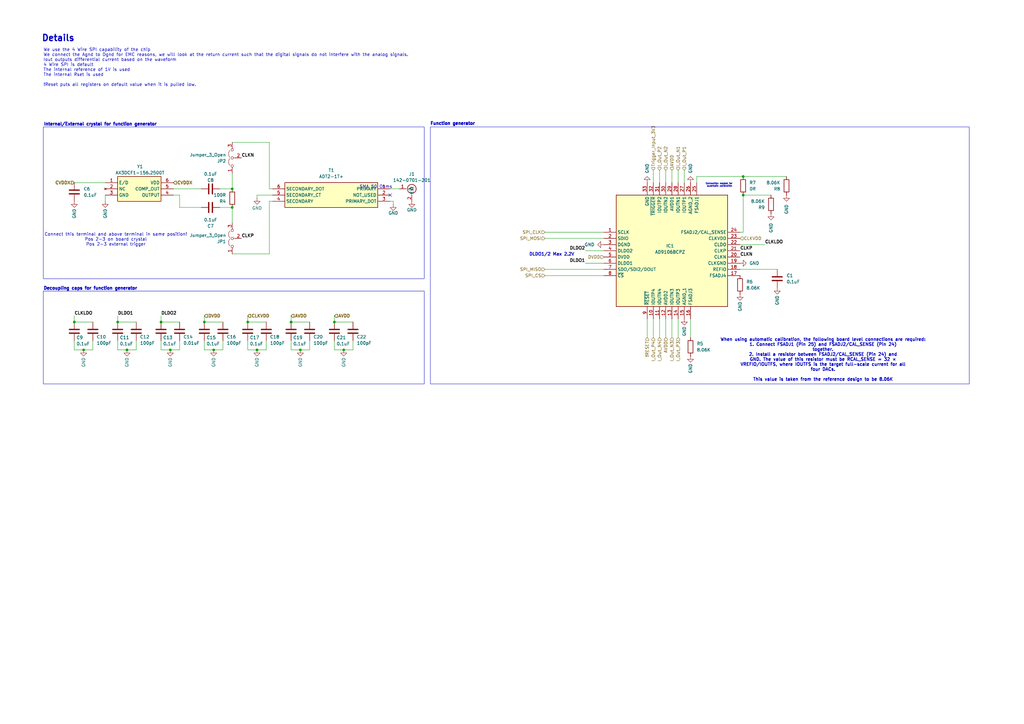
<source format=kicad_sch>
(kicad_sch (version 20250114) (generator "eeschema") (generator_version "9.0")
  (paper "A3")
  (title_block (date "2021-11-17"))
  (lib_symbols
    (symbol "142-0701-201:142-0701-201"
      (property "Reference" "J" (at -0.508 6.096 0))
      (property "Value" "142-0701-201" (at -7.366 3.81 0))
      (symbol "142-0701-201_0_1"
        (polyline (pts (xy -2.54 0) (xy -0.508 0)))
        (arc (start 1.778 0) (mid 0.222 -1.8079) (end -1.778 -0.508) (stroke (width 0.254)))
        (arc (start -1.778 0.508) (mid 0.2221 1.8084) (end 1.778 0) (stroke (width 0.254)))
        (circle (center 0 0) (radius 0.508) (stroke (width 0.2032)))
        (polyline (pts (xy 0 -2.54) (xy 0 -1.778)))
      )
      (symbol "142-0701-201_1_1"
        (pin passive line (at -5.08 0 0) (length 2.54) (name "In") (number "1"))
        (pin passive line (at 0 -5.08 90) (length 2.54) (name "Ext") (number "2"))
        (pin passive line (at 0 -5.08 90) (length 2.54) (hide yes) (name "Ext") (number "3"))
        (pin passive line (at 0 -5.08 90) (length 2.54) (hide yes) (name "Ext") (number "4"))
        (pin passive line (at 0 -5.08 90) (length 2.54) (hide yes) (name "Ext") (number "5"))
      )
    )
    (symbol "AD9106BCPZ:AD9106BCPZ"
      (property "Reference" "IC" (at 52.07 20.32 0))
      (property "Value" "AD9106BCPZ" (at 52.07 17.78 0))
      (symbol "AD9106BCPZ_1_1"
        (rectangle (start 5.08 15.24) (end 50.8 -30.48) (stroke (width 0.254)) (fill (type background)))
        (pin passive line (at 0 0 0) (length 5.08) (name "SCLK") (number "1"))
        (pin passive line (at 0 -2.54 0) (length 5.08) (name "SDIO") (number "2"))
        (pin passive line (at 0 -5.08 0) (length 5.08) (name "DGND") (number "3"))
        (pin passive line (at 0 -7.62 0) (length 5.08) (name "DLDO2") (number "4"))
        (pin passive line (at 0 -10.16 0) (length 5.08) (name "DVDD") (number "5"))
        (pin passive line (at 0 -12.7 0) (length 5.08) (name "DLDO1") (number "6"))
        (pin passive line (at 0 -15.24 0) (length 5.08) (name "SDO/SDI2/DOUT") (number "7"))
        (pin passive line (at 0 -17.78 0) (length 5.08) (name "~{CS}") (number "8"))
        (pin passive line (at 17.78 20.32 270) (length 5.08) (name "GND") (number "33"))
        (pin passive line (at 17.78 -35.56 90) (length 5.08) (name "~{RESET}") (number "9"))
        (pin passive line (at 20.32 20.32 270) (length 5.08) (name "~{TRIGGER}") (number "32"))
        (pin passive line (at 20.32 -35.56 90) (length 5.08) (name "IOUTP4") (number "10"))
        (pin passive line (at 22.86 20.32 270) (length 5.08) (name "IOUTP2") (number "31"))
        (pin passive line (at 22.86 -35.56 90) (length 5.08) (name "IOUTN4") (number "11"))
        (pin passive line (at 25.4 20.32 270) (length 5.08) (name "IOUTN2") (number "30"))
        (pin passive line (at 25.4 -35.56 90) (length 5.08) (name "AVDD2") (number "12"))
        (pin passive line (at 27.94 20.32 270) (length 5.08) (name "AVDD1") (number "29"))
        (pin passive line (at 27.94 -35.56 90) (length 5.08) (name "IOUTN3") (number "13"))
        (pin passive line (at 30.48 20.32 270) (length 5.08) (name "IOUTN1") (number "28"))
        (pin passive line (at 30.48 -35.56 90) (length 5.08) (name "IOUTP3") (number "14"))
        (pin passive line (at 33.02 20.32 270) (length 5.08) (name "IOUTP1") (number "27"))
        (pin passive line (at 33.02 -35.56 90) (length 5.08) (name "AGND_1") (number "15"))
        (pin passive line (at 35.56 20.32 270) (length 5.08) (name "AGND_2") (number "26"))
        (pin passive line (at 35.56 -35.56 90) (length 5.08) (name "FSADJ3") (number "16"))
        (pin passive line (at 38.1 20.32 270) (length 5.08) (name "FSADJ1") (number "25"))
        (pin passive line (at 55.88 0 180) (length 5.08) (name "FSADJ2/CAL_SENSE") (number "24"))
        (pin passive line (at 55.88 -2.54 180) (length 5.08) (name "CLKVDD") (number "23"))
        (pin passive line (at 55.88 -5.08 180) (length 5.08) (name "CLDO") (number "22"))
        (pin passive line (at 55.88 -7.62 180) (length 5.08) (name "CLKP") (number "21"))
        (pin passive line (at 55.88 -10.16 180) (length 5.08) (name "CLKN") (number "20"))
        (pin passive line (at 55.88 -12.7 180) (length 5.08) (name "CLKGND") (number "19"))
        (pin passive line (at 55.88 -15.24 180) (length 5.08) (name "REFIO") (number "18"))
        (pin passive line (at 55.88 -17.78 180) (length 5.08) (name "FSADJ4") (number "17"))
      )
    )
    (symbol "ADT2-1T+:ADT2-1T+"
      (property "Reference" "T" (at 44.45 7.62 0))
      (property "Value" "ADT2-1T+" (at 44.45 5.08 0))
      (symbol "ADT2-1T+_1_1"
        (rectangle (start 5.08 2.54) (end 43.18 -7.62) (stroke (width 0.254)) (fill (type background)))
        (pin passive line (at 0 0 0) (length 5.08) (name "PRIMARY") (number "1"))
        (pin passive line (at 0 -2.54 0) (length 5.08) (name "NOT_USED") (number "2"))
        (pin passive line (at 0 -5.08 0) (length 5.08) (name "PRIMARY_DOT") (number "3"))
        (pin passive line (at 48.26 0 180) (length 5.08) (name "SECONDARY_DOT") (number "6"))
        (pin passive line (at 48.26 -2.54 180) (length 5.08) (name "SECONDARY_CT") (number "5"))
        (pin passive line (at 48.26 -5.08 180) (length 5.08) (name "SECONDARY") (number "4"))
      )
    )
    (symbol "AX3DCF1-156_2500T:AX3DCF1-156.2500T"
      (property "Reference" "Y" (at -7.874 10.668 0))
      (property "Value" "AX3DCF1-156.2500T" (at -7.874 8.128 0))
      (symbol "AX3DCF1-156.2500T_1_1"
        (rectangle (start -7.62 5.08) (end 10.16 -5.08) (stroke (width 0.254)) (fill (type background)))
        (pin passive line (at -12.7 2.54 0) (length 5.08) (name "E/D") (number "1"))
        (pin no_connect line (at -12.7 0 0) (length 5.08) (name "NC") (number "2"))
        (pin passive line (at -12.7 -2.54 0) (length 5.08) (name "GND") (number "3"))
        (pin passive line (at 15.24 2.54 180) (length 5.08) (name "VDD") (number "6"))
        (pin passive line (at 15.24 0 180) (length 5.08) (name "COMP_OUT") (number "5"))
        (pin passive line (at 15.24 -2.54 180) (length 5.08) (name "OUTPUT") (number "4"))
      )
    )
    (symbol "Device:C" (pin_numbers (hide yes)) (pin_names (offset 0.254))
      (property "Reference" "C" (at 0.635 2.54 0))
      (property "Value" "C" (at 0.635 -2.54 0))
      (symbol "C_0_1"
        (polyline (pts (xy -2.032 0.762) (xy 2.032 0.762)) (stroke (width 0.508)))
        (polyline (pts (xy -2.032 -0.762) (xy 2.032 -0.762)) (stroke (width 0.508)))
      )
      (symbol "C_1_1"
        (pin passive line (at 0 3.81 270) (length 2.794) (name "~") (number "1"))
        (pin passive line (at 0 -3.81 90) (length 2.794) (name "~") (number "2"))
      )
    )
    (symbol "Device:R" (pin_numbers (hide yes)) (pin_names (offset 0))
      (property "Reference" "R" (at 2.032 0 90))
      (property "Value" "R" (at 0 0 90))
      (symbol "R_0_1"
        (rectangle (start -1.016 -2.54) (end 1.016 2.54) (stroke (width 0.254)))
      )
      (symbol "R_1_1"
        (pin passive line (at 0 3.81 270) (length 1.27) (name "~") (number "1"))
        (pin passive line (at 0 -3.81 90) (length 1.27) (name "~") (number "2"))
      )
    )
    (symbol "Jumper:Jumper_3_Open" (pin_names (offset 0) (hide yes)) (exclude_from_sim yes) (in_bom no)
      (property "Reference" "JP" (at -2.54 -2.54 0))
      (property "Value" "Jumper_3_Open" (at 0 2.794 0))
      (symbol "Jumper_3_Open_0_0"
        (circle (center -3.302 0) (radius 0.508))
        (circle (center 0 0) (radius 0.508))
        (circle (center 3.302 0) (radius 0.508))
      )
      (symbol "Jumper_3_Open_0_1"
        (arc (start -3.048 1.016) (mid -1.651 1.4992) (end -0.254 1.016))
        (polyline (pts (xy 0 -0.508) (xy 0 -1.27)))
        (arc (start 0.254 1.016) (mid 1.651 1.4992) (end 3.048 1.016))
      )
      (symbol "Jumper_3_Open_1_1"
        (pin passive line (at -6.35 0 0) (length 2.54) (name "A") (number "1"))
        (pin passive line (at 0 -3.81 90) (length 2.54) (name "C") (number "2"))
        (pin passive line (at 6.35 0 180) (length 2.54) (name "B") (number "3"))
      )
    )
    (symbol "power:GND" (power) (pin_numbers (hide yes)) (pin_names (offset 0) (hide yes))
      (property "Value" "GND" (at 0 -3.81 0))
      (symbol "GND_0_1"
        (polyline (pts (xy 0 0) (xy 0 -1.27) (xy 1.27 -1.27) (xy 0 -2.54) (xy -1.27 -1.27) (xy 0 -1.27)))
      )
      (symbol "GND_1_1"
        (pin power_in line (at 0 0 270) (length 0) (name "~") (number "1"))
      )
    )
  )
  (rectangle (start 176.53 52.07) (end 397.51 157.48))
  (rectangle (start 17.78 119.38) (end 173.99 157.48))
  (rectangle (start 17.78 52.07) (end 173.99 114.3))
  (text "DLDO1/2 Max 2.2V" (at 226.314 104.394 0) (effects (font (size 1.27 1.27) (thickness 0.254) (bold yes))))
  (text "Connect this terminal and above terminal in same position!\nPos 2-3 on board crystal\nPos 2-3 external trigger" (at 47.498 98.298 0) (effects (font (size 1.27 1.27))))
  (text "Function generator" (at 185.674 50.8 0) (effects (font (size 1.27 1.27) (thickness 0.508) (bold yes))))
  (text "Details" (at 23.876 15.748 0) (effects (font (size 2.54 2.54) (thickness 0.508) (bold yes))))
  (text "Connection needed for \nautomatic calibration" (at 295.148 75.946 0) (effects (font (size 0.635 0.635) (thickness 0.254) (bold yes))))
  (text "SMA 50 Ohms" (at 154.178 76.708 0) (effects (font (size 1.27 1.27))))
  (text "Internal/External crystal for function generator" (at 41.148 51.054 0) (effects (font (size 1.27 1.27) (thickness 0.508) (bold yes))))
  (text "We use the 4 Wire SPI capability of the chip\nWe connect the Agnd to Dgnd for EMC reasons, we will look at the return current such that the digital signals do not interfere with the analog signals.\nIout outputs differential current based on the waveform\n4 Wire SPI is default\nThe internal reference of 1V is used\nThe internal Rset is used\n\n!Reset puts all registers on default value when it is pulled low.\n" (at 17.78 27.686 0) (effects (font (size 1.27 1.27)) (justify left)))
  (text "When using automatic calibration, the following board level connections are required:\n1. Connect FSADJ1 (Pin 25) and FSADJ2/CAL_SENSE (Pin 24)\ntogether.\n2. Install a resistor between FSADJ2/CAL_SENSE (Pin 24) and\nGND. The value of this resistor must be RCAL_SENSE = 32 ×\nVREFIO/IOUTFS, where IOUTFS is the target full-scale current for all\nfour DACs.\n\nThis value is taken from the reference design to be 8.06K" (at 337.566 147.574 0) (effects (font (size 1.27 1.27) (thickness 0.254) (bold yes))))
  (text "Decoupling caps for function generator" (at 37.084 118.364 0) (effects (font (size 1.27 1.27) (thickness 0.508) (bold yes))))
  (junction (at 137.16 132.08))
  (junction (at 304.8 80.01))
  (junction (at 140.97 143.51))
  (junction (at 83.82 132.08))
  (junction (at 48.26 132.08))
  (junction (at 95.25 77.47))
  (junction (at 30.48 132.08))
  (junction (at 69.85 143.51))
  (junction (at 304.8 72.39))
  (junction (at 34.29 143.51))
  (junction (at 95.25 85.09))
  (junction (at 105.41 143.51))
  (junction (at 52.07 143.51))
  (junction (at 66.04 132.08))
  (junction (at 123.19 143.51))
  (junction (at 101.6 132.08))
  (junction (at 119.38 132.08))
  (junction (at 87.63 143.51))
  (no_connect (at 160.02 80.01))
  (wire (pts (xy 101.6 139.7) (xy 101.6 143.51)))
  (wire (pts (xy 30.48 129.54) (xy 30.48 132.08)))
  (wire (pts (xy 110.49 58.42) (xy 110.49 77.47)))
  (wire (pts (xy 48.26 139.7) (xy 48.26 143.51)))
  (wire (pts (xy 82.55 85.09) (xy 73.66 85.09)))
  (wire (pts (xy 105.41 80.01) (xy 105.41 81.28)))
  (wire (pts (xy 95.25 85.09) (xy 90.17 85.09)))
  (wire (pts (xy 55.88 143.51) (xy 52.07 143.51)))
  (wire (pts (xy 110.49 82.55) (xy 111.76 82.55)))
  (wire (pts (xy 30.48 139.7) (xy 30.48 143.51)))
  (wire (pts (xy 280.67 69.85) (xy 280.67 74.93)))
  (wire (pts (xy 304.8 72.39) (xy 285.75 72.39)))
  (wire (pts (xy 69.85 143.51) (xy 66.04 143.51)))
  (wire (pts (xy 265.43 130.81) (xy 265.43 138.43)))
  (wire (pts (xy 140.97 143.51) (xy 137.16 143.51)))
  (wire (pts (xy 223.52 97.79) (xy 247.65 97.79)))
  (wire (pts (xy 123.19 143.51) (xy 119.38 143.51)))
  (wire (pts (xy 304.8 72.39) (xy 322.58 72.39)))
  (wire (pts (xy 91.44 139.7) (xy 91.44 143.51)))
  (wire (pts (xy 105.41 143.51) (xy 101.6 143.51)))
  (wire (pts (xy 110.49 58.42) (xy 95.25 58.42)))
  (wire (pts (xy 144.78 143.51) (xy 140.97 143.51)))
  (wire (pts (xy 161.29 82.55) (xy 160.02 82.55)))
  (wire (pts (xy 38.1 139.7) (xy 38.1 143.51)))
  (wire (pts (xy 73.66 139.7) (xy 73.66 143.51)))
  (wire (pts (xy 240.03 107.95) (xy 247.65 107.95)))
  (wire (pts (xy 303.53 110.49) (xy 318.77 110.49)))
  (wire (pts (xy 223.52 113.03) (xy 247.65 113.03)))
  (wire (pts (xy 267.97 69.85) (xy 267.97 74.93)))
  (wire (pts (xy 313.69 100.33) (xy 303.53 100.33)))
  (wire (pts (xy 73.66 80.01) (xy 71.12 80.01)))
  (wire (pts (xy 95.25 91.44) (xy 95.25 85.09)))
  (wire (pts (xy 66.04 139.7) (xy 66.04 143.51)))
  (wire (pts (xy 110.49 77.47) (xy 111.76 77.47)))
  (wire (pts (xy 278.13 69.85) (xy 278.13 74.93)))
  (wire (pts (xy 95.25 71.12) (xy 95.25 77.47)))
  (wire (pts (xy 30.48 74.93) (xy 43.18 74.93)))
  (wire (pts (xy 270.51 69.85) (xy 270.51 74.93)))
  (wire (pts (xy 163.83 77.47) (xy 160.02 77.47)))
  (wire (pts (xy 161.29 83.82) (xy 161.29 82.55)))
  (wire (pts (xy 223.52 95.25) (xy 247.65 95.25)))
  (wire (pts (xy 275.59 69.85) (xy 275.59 74.93)))
  (wire (pts (xy 304.8 95.25) (xy 303.53 95.25)))
  (wire (pts (xy 119.38 129.54) (xy 119.38 132.08)))
  (wire (pts (xy 87.63 143.51) (xy 83.82 143.51)))
  (wire (pts (xy 73.66 85.09) (xy 73.66 80.01)))
  (wire (pts (xy 119.38 132.08) (xy 127 132.08)))
  (wire (pts (xy 95.25 77.47) (xy 90.17 77.47)))
  (wire (pts (xy 83.82 129.54) (xy 83.82 132.08)))
  (wire (pts (xy 48.26 132.08) (xy 55.88 132.08)))
  (wire (pts (xy 137.16 139.7) (xy 137.16 143.51)))
  (wire (pts (xy 30.48 132.08) (xy 38.1 132.08)))
  (wire (pts (xy 137.16 129.54) (xy 137.16 132.08)))
  (wire (pts (xy 137.16 132.08) (xy 144.78 132.08)))
  (wire (pts (xy 43.18 80.01) (xy 43.18 82.55)))
  (wire (pts (xy 109.22 139.7) (xy 109.22 143.51)))
  (wire (pts (xy 119.38 139.7) (xy 119.38 143.51)))
  (wire (pts (xy 285.75 72.39) (xy 285.75 74.93)))
  (wire (pts (xy 110.49 82.55) (xy 110.49 104.14)))
  (wire (pts (xy 304.8 80.01) (xy 304.8 95.25)))
  (wire (pts (xy 267.97 130.81) (xy 267.97 138.43)))
  (wire (pts (xy 101.6 132.08) (xy 109.22 132.08)))
  (wire (pts (xy 304.8 80.01) (xy 316.23 80.01)))
  (wire (pts (xy 240.03 102.87) (xy 247.65 102.87)))
  (wire (pts (xy 127 143.51) (xy 123.19 143.51)))
  (wire (pts (xy 275.59 130.81) (xy 275.59 138.43)))
  (wire (pts (xy 273.05 69.85) (xy 273.05 74.93)))
  (wire (pts (xy 73.66 143.51) (xy 69.85 143.51)))
  (wire (pts (xy 109.22 143.51) (xy 105.41 143.51)))
  (wire (pts (xy 127 139.7) (xy 127 143.51)))
  (wire (pts (xy 83.82 139.7) (xy 83.82 143.51)))
  (wire (pts (xy 66.04 129.54) (xy 66.04 132.08)))
  (wire (pts (xy 34.29 143.51) (xy 30.48 143.51)))
  (wire (pts (xy 52.07 143.51) (xy 48.26 143.51)))
  (wire (pts (xy 66.04 132.08) (xy 73.66 132.08)))
  (wire (pts (xy 283.21 130.81) (xy 283.21 138.43)))
  (wire (pts (xy 48.26 129.54) (xy 48.26 132.08)))
  (wire (pts (xy 270.51 130.81) (xy 270.51 138.43)))
  (wire (pts (xy 105.41 80.01) (xy 111.76 80.01)))
  (wire (pts (xy 223.52 110.49) (xy 247.65 110.49)))
  (wire (pts (xy 144.78 139.7) (xy 144.78 143.51)))
  (wire (pts (xy 91.44 143.51) (xy 87.63 143.51)))
  (wire (pts (xy 273.05 130.81) (xy 273.05 138.43)))
  (wire (pts (xy 83.82 132.08) (xy 91.44 132.08)))
  (wire (pts (xy 278.13 130.81) (xy 278.13 138.43)))
  (wire (pts (xy 82.55 77.47) (xy 71.12 77.47)))
  (wire (pts (xy 101.6 129.54) (xy 101.6 132.08)))
  (wire (pts (xy 38.1 143.51) (xy 34.29 143.51)))
  (wire (pts (xy 55.88 139.7) (xy 55.88 143.51)))
  (wire (pts (xy 95.25 104.14) (xy 110.49 104.14)))
  (label "DLDO2" (at 240.03 102.87 180) (effects (font (thickness 0.254) (bold yes))))
  (label "CLKLDO" (at 313.69 100.33 0) (effects (font (thickness 0.254) (bold yes))))
  (label "DLDO1" (at 240.03 107.95 180) (effects (font (thickness 0.254) (bold yes))))
  (label "DLDO2" (at 66.04 129.54 0) (effects (font (thickness 0.254) (bold yes))))
  (label "CLKN" (at 99.06 64.77 0) (effects (font (thickness 0.254) (bold yes))))
  (label "CLKP" (at 99.06 97.79 0) (effects (font (thickness 0.254) (bold yes))))
  (label "DLDO1" (at 48.26 129.54 0) (effects (font (thickness 0.254) (bold yes))))
  (label "CLKLDO" (at 30.48 129.54 0) (effects (font (thickness 0.254) (bold yes))))
  (label "CLKN" (at 303.53 105.41 0) (effects (font (thickness 0.254) (bold yes))))
  (label "CLKP" (at 303.53 102.87 0) (effects (font (thickness 0.254) (bold yes))))
  (hierarchical_label "I_Out_N3" (shape input) (at 275.59 138.43 270))
  (hierarchical_label "DVDD" (shape input) (at 83.82 129.54 0) (effects (font (thickness 0.254) (bold yes))))
  (hierarchical_label "CLKVDD" (shape input) (at 303.53 97.79 0) (effects (font (thickness 0.1588))))
  (hierarchical_label "I_Out_P1" (shape input) (at 280.67 69.85 90))
  (hierarchical_label "AVDD" (shape input) (at 137.16 129.54 0) (effects (font (thickness 0.254) (bold yes))))
  (hierarchical_label "AVDD" (shape input) (at 273.05 138.43 270) (effects (font (thickness 0.1588))))
  (hierarchical_label "I_Out_N2" (shape input) (at 273.05 69.85 90))
  (hierarchical_label "I_Out_N4" (shape input) (at 270.51 138.43 270))
  (hierarchical_label "Trigger_Input_3V3" (shape input) (at 267.97 69.85 90))
  (hierarchical_label "SPI_MISO" (shape input) (at 223.52 110.49 180))
  (hierarchical_label "CVDDX" (shape input) (at 30.48 74.93 180) (effects (font (thickness 0.254) (bold yes))))
  (hierarchical_label "AVDD" (shape input) (at 119.38 129.54 0) (effects (font (thickness 0.254) (bold yes))))
  (hierarchical_label "I_Out_P2" (shape input) (at 270.51 69.85 90))
  (hierarchical_label "SPI_CLK" (shape input) (at 223.52 95.25 180))
  (hierarchical_label "I_Out_N1" (shape input) (at 278.13 69.85 90))
  (hierarchical_label "!RESET" (shape input) (at 265.43 138.43 270))
  (hierarchical_label "AVDD" (shape input) (at 275.59 69.85 90) (effects (font (thickness 0.1588))))
  (hierarchical_label "I_Out_P3" (shape input) (at 278.13 138.43 270))
  (hierarchical_label "I_Out_P4" (shape input) (at 267.97 138.43 270))
  (hierarchical_label "DVDD" (shape input) (at 247.65 105.41 180) (effects (font (thickness 0.1588))))
  (hierarchical_label "SPI_CS" (shape input) (at 223.52 113.03 180))
  (hierarchical_label "CVDDX" (shape input) (at 71.12 74.93 0) (effects (font (thickness 0.254) (bold yes))))
  (hierarchical_label "SPI_MOSI" (shape input) (at 223.52 97.79 180))
  (hierarchical_label "CLKVDD" (shape input) (at 101.6 129.54 0) (effects (font (thickness 0.254) (bold yes))))
  (symbol (lib_id "Device:C") (at 38.1 135.89 0) (unit 1)
    (property "Reference" "C10" (at 39.624 138.176 0) (effects (justify left)))
    (property "Value" "100pF" (at 39.624 140.716 0) (effects (justify left)))
    (property "Footprint" "Capacitor_SMD:C_0603_1608Metric" (effects (hide yes)))
    (property "Description" "Unpolarized capacitor" (effects (hide yes)))
  )
  (symbol (lib_id "Device:C") (at 137.16 135.89 0) (unit 1)
    (property "Reference" "C21" (at 138.0147 138.457 0) (effects (justify left)))
    (property "Value" "0.1uF" (at 138.0147 140.997 0) (effects (justify left)))
    (property "Footprint" "Capacitor_SMD:C_0603_1608Metric" (effects (hide yes)))
    (property "Description" "Unpolarized capacitor" (effects (hide yes)))
  )
  (symbol (lib_id "Device:R") (at 304.8 76.2 0) (unit 1)
    (property "Reference" "R7" (at 307.34 74.9299 0) (effects (justify left)))
    (property "Value" "0R" (at 307.34 77.4699 0) (effects (justify left)))
    (property "Footprint" "Resistor_SMD:R_0603_1608Metric" (effects (hide yes)))
    (property "Description" "Resistor" (effects (hide yes)))
  )
  (symbol (lib_id "power:GND") (at 140.97 143.51 0) (unit 1)
    (property "Reference" "#PWR025" (effects (hide yes)))
    (property "Value" "GND" (at 140.97 148.59 90))
    (property "Description" "Power symbol creates a global label with name \"GND\" , ground" (effects (hide yes)))
  )
  (symbol (lib_id "Device:C") (at 109.22 135.89 0) (unit 1)
    (property "Reference" "C18" (at 110.744 138.176 0) (effects (justify left)))
    (property "Value" "100pF" (at 110.744 140.716 0) (effects (justify left)))
    (property "Footprint" "Capacitor_SMD:C_0603_1608Metric" (effects (hide yes)))
    (property "Description" "Unpolarized capacitor" (effects (hide yes)))
  )
  (symbol (lib_id "AD9106BCPZ:AD9106BCPZ") (at 247.65 95.25 0) (unit 1)
    (property "Reference" "IC1" (at 274.828 100.838 0))
    (property "Value" "AD9106BCPZ" (at 274.828 103.378 0))
    (property "Footprint" "Insyte_Footprints:QFN50P500X500X80-33N-D" (effects (hide yes)))
    (property "Datasheet" "https://www.analog.com/AD9106/datasheet" (effects (hide yes)))
    (property "Description" "Quad, Low Power, 12-Bit, 180 MSPS, Digital-to-Analog Converter and Waveform Generator" (effects (hide yes)))
    (property "Height" "0.8" (effects (hide yes)))
    (property "Mouser Part Number" "584-AD9106BCPZ" (effects (hide yes)))
    (property "Mouser Price/Stock" "https://www.mouser.co.uk/ProductDetail/Analog-Devices/AD9106BCPZ?qs=%2FtpEQrCGXCwDOtKa4JbiAA%3D%3D" (effects (hide yes)))
    (property "Manufacturer_Name" "Analog Devices" (effects (hide yes)))
    (property "Manufacturer_Part_Number" "AD9106BCPZ" (effects (hide yes)))
  )
  (symbol (lib_id "power:GND") (at 105.41 81.28 0) (unit 1)
    (property "Reference" "#PWR032" (effects (hide yes)))
    (property "Value" "GND" (at 105.41 85.344 0))
    (property "Description" "Power symbol creates a global label with name \"GND\" , ground" (effects (hide yes)))
  )
  (symbol (lib_id "Device:R") (at 322.58 76.2 180) (unit 1)
    (property "Reference" "R8" (at 320.04 77.4701 0) (effects (justify left)))
    (property "Value" "8.06K" (at 320.04 74.9301 0) (effects (justify left)))
    (property "Footprint" "Resistor_SMD:R_0603_1608Metric" (effects (hide yes)))
    (property "Description" "Resistor" (effects (hide yes)))
  )
  (symbol (lib_id "Device:R") (at 95.25 81.28 180) (unit 1)
    (property "Reference" "R4" (at 92.71 82.5501 0) (effects (justify left)))
    (property "Value" "100R" (at 92.71 80.0101 0) (effects (justify left)))
    (property "Footprint" "Resistor_SMD:R_0603_1608Metric" (effects (hide yes)))
    (property "Description" "Resistor" (effects (hide yes)))
  )
  (symbol (lib_id "ADT2-1T+:ADT2-1T+") (at 160.02 77.47 0) (mirror y) (unit 1)
    (property "Reference" "T1" (at 135.89 69.85 0))
    (property "Value" "ADT2-1T+" (at 135.89 72.39 0))
    (property "Footprint" "Insyte_Footprints:ADT21T" (effects (hide yes)))
    (property "Datasheet" "https://www.minicircuits.com/pdfs/ADT2-1T+.pdf" (effects (hide yes)))
    (property "Description" "Xfmr, Isolation, 50 ohm, 2: 1, 0.4-450 MHz, SMT" (effects (hide yes)))
    (property "Mouser Part Number" "139-ADT2-1T" (effects (hide yes)))
    (property "Mouser Price/Stock" "https://www.mouser.co.uk/ProductDetail/Mini-Circuits/ADT2-1T%2b?qs=xZ%2FP%252Ba9zWqZ82IRhU0SXxQ%3D%3D" (effects (hide yes)))
    (property "Manufacturer_Name" "Mini-Circuits" (effects (hide yes)))
    (property "Manufacturer_Part_Number" "ADT2-1T+" (effects (hide yes)))
  )
  (symbol (lib_id "AX3DCF1-156_2500T:AX3DCF1-156.2500T") (at 55.88 77.47 0) (unit 1)
    (property "Reference" "Y1" (at 57.404 68.326 0))
    (property "Value" "AX3DCF1-156.2500T" (at 57.404 70.866 0))
    (property "Footprint" "Insyte_Footprints:AX3_3.2x2.5" (effects (hide yes)))
    (property "Datasheet" "https://abracon.com/datasheets/AX3.pdf" (effects (hide yes)))
    (property "Description" "Oscillator XO 156.25MHz +/-50ppm LVDS 55% 1.8V 6-Pin SMD T/R" (effects (hide yes)))
    (property "Mouser Part Number" "815-AX3DCF1156.2500T" (effects (hide yes)))
    (property "Mouser Price/Stock" "https://www.mouser.co.uk/ProductDetail/ABRACON/AX3DCF1-1562500T?qs=Zz7%252BYVVL6bE2lnHkdiX%2FJA%3D%3D" (effects (hide yes)))
    (property "Manufacturer_Name" "ABRACON" (effects (hide yes)))
    (property "Manufacturer_Part_Number" "AX3DCF1-156.2500T" (effects (hide yes)))
  )
  (symbol (lib_id "power:GND") (at 87.63 143.51 0) (unit 1)
    (property "Reference" "#PWR022" (effects (hide yes)))
    (property "Value" "GND" (at 87.63 148.59 90))
    (property "Description" "Power symbol creates a global label with name \"GND\" , ground" (effects (hide yes)))
  )
  (symbol (lib_id "power:GND") (at 280.67 130.81 0) (unit 1)
    (property "Reference" "#PWR04" (effects (hide yes)))
    (property "Value" "GND" (at 280.67 135.89 90))
    (property "Description" "Power symbol creates a global label with name \"GND\" , ground" (effects (hide yes)))
  )
  (symbol (lib_id "power:GND") (at 123.19 143.51 0) (unit 1)
    (property "Reference" "#PWR024" (effects (hide yes)))
    (property "Value" "GND" (at 123.19 148.59 90))
    (property "Description" "Power symbol creates a global label with name \"GND\" , ground" (effects (hide yes)))
  )
  (symbol (lib_id "Device:C") (at 48.26 135.89 0) (unit 1)
    (property "Reference" "C11" (at 49.1147 138.457 0) (effects (justify left)))
    (property "Value" "0.1uF" (at 49.1147 140.997 0) (effects (justify left)))
    (property "Footprint" "Capacitor_SMD:C_0603_1608Metric" (effects (hide yes)))
    (property "Description" "Unpolarized capacitor" (effects (hide yes)))
  )
  (symbol (lib_id "Device:C") (at 91.44 135.89 0) (unit 1)
    (property "Reference" "C16" (at 92.964 138.176 0) (effects (justify left)))
    (property "Value" "100pF" (at 92.964 140.716 0) (effects (justify left)))
    (property "Footprint" "Capacitor_SMD:C_0603_1608Metric" (effects (hide yes)))
    (property "Description" "Unpolarized capacitor" (effects (hide yes)))
  )
  (symbol (lib_id "power:GND") (at 303.53 107.95 90) (unit 1)
    (property "Reference" "#PWR027" (effects (hide yes)))
    (property "Value" "GND" (at 309.372 107.95 90))
    (property "Description" "Power symbol creates a global label with name \"GND\" , ground" (effects (hide yes)))
  )
  (symbol (lib_id "Device:C") (at 318.77 114.3 0) (unit 1)
    (property "Reference" "C1" (at 322.58 113.0299 0) (effects (justify left)))
    (property "Value" "0.1uF" (at 322.58 115.5699 0) (effects (justify left)))
    (property "Footprint" "Capacitor_SMD:C_0603_1608Metric" (effects (hide yes)))
    (property "Description" "Unpolarized capacitor" (effects (hide yes)))
  )
  (symbol (lib_id "power:GND") (at 283.21 74.93 180) (unit 1)
    (property "Reference" "#PWR026" (effects (hide yes)))
    (property "Value" "GND" (at 283.21 69.088 90))
    (property "Description" "Power symbol creates a global label with name \"GND\" , ground" (effects (hide yes)))
  )
  (symbol (lib_id "Device:C") (at 127 135.89 0) (unit 1)
    (property "Reference" "C20" (at 128.524 138.176 0) (effects (justify left)))
    (property "Value" "100pF" (at 128.524 140.716 0) (effects (justify left)))
    (property "Footprint" "Capacitor_SMD:C_0603_1608Metric" (effects (hide yes)))
    (property "Description" "Unpolarized capacitor" (effects (hide yes)))
  )
  (symbol (lib_id "power:GND") (at 316.23 87.63 0) (unit 1)
    (property "Reference" "#PWR031" (effects (hide yes)))
    (property "Value" "GND" (at 316.23 93.472 90))
    (property "Description" "Power symbol creates a global label with name \"GND\" , ground" (effects (hide yes)))
  )
  (symbol (lib_id "Jumper:Jumper_3_Open") (at 95.25 97.79 90) (unit 1)
    (property "Reference" "JP1" (at 92.71 99.0601 90) (effects (justify left)))
    (property "Value" "Jumper_3_Open" (at 92.71 96.5201 90) (effects (justify left)))
    (property "Footprint" "Connector_PinHeader_2.54mm:PinHeader_1x03_P2.54mm_Vertical" (effects (hide yes)))
    (property "Description" "Jumper, 3-pole, both open" (effects (hide yes)))
  )
  (symbol (lib_id "Device:C") (at 73.66 135.89 0) (unit 1)
    (property "Reference" "C14" (at 75.184 138.176 0) (effects (justify left)))
    (property "Value" "0.01uF" (at 75.184 140.716 0) (effects (justify left)))
    (property "Footprint" "Capacitor_SMD:C_0603_1608Metric" (effects (hide yes)))
    (property "Description" "Unpolarized capacitor" (effects (hide yes)))
  )
  (symbol (lib_id "power:GND") (at 69.85 143.51 0) (unit 1)
    (property "Reference" "#PWR021" (effects (hide yes)))
    (property "Value" "GND" (at 69.85 148.59 90))
    (property "Description" "Power symbol creates a global label with name \"GND\" , ground" (effects (hide yes)))
  )
  (symbol (lib_id "Device:C") (at 144.78 135.89 0) (unit 1)
    (property "Reference" "C22" (at 146.304 138.176 0) (effects (justify left)))
    (property "Value" "100pF" (at 146.304 140.716 0) (effects (justify left)))
    (property "Footprint" "Capacitor_SMD:C_0603_1608Metric" (effects (hide yes)))
    (property "Description" "Unpolarized capacitor" (effects (hide yes)))
  )
  (symbol (lib_id "Device:R") (at 283.21 142.24 0) (unit 1)
    (property "Reference" "R5" (at 285.75 140.9699 0) (effects (justify left)))
    (property "Value" "8.06K" (at 285.75 143.5099 0) (effects (justify left)))
    (property "Footprint" "Resistor_SMD:R_0603_1608Metric" (effects (hide yes)))
    (property "Description" "Resistor" (effects (hide yes)))
  )
  (symbol (lib_id "142-0701-201:142-0701-201") (at 168.91 77.47 0) (unit 1)
    (property "Reference" "J1" (at 168.91 71.374 0))
    (property "Value" "142-0701-201" (at 168.91 73.914 0))
    (property "Footprint" "Insyte_Footprints:1420701201" (effects (hide yes)))
    (property "Datasheet" "https://datasheet.datasheetarchive.com/originals/distributors/Datasheets_SAMA/f0edfbb4fd3b9d8af3607c026aa358ce.pdf" (effects (hide yes)))
    (property "Description" "JOHNSON - CINCH CONNECTIVITY - 142-0701-201 - RF COAXIAL, SMA, STRAIGHT JACK, 50OHM" (effects (hide yes)))
    (property "Height" "9.52" (effects (hide yes)))
    (property "Mouser Part Number" "530-142-0701-201" (effects (hide yes)))
    (property "Mouser Price/Stock" "https://www.mouser.co.uk/ProductDetail/Johnson-Cinch-Connectivity-Solutions/142-0701-201?qs=sh18mOF39qY1deZe7h2WsQ%3D%3D" (effects (hide yes)))
    (property "Manufacturer_Name" "Cinch Connectivity Solutions" (effects (hide yes)))
    (property "Manufacturer_Part_Number" "142-0701-201" (effects (hide yes)))
  )
  (symbol (lib_id "power:GND") (at 322.58 80.01 0) (unit 1)
    (property "Reference" "#PWR030" (effects (hide yes)))
    (property "Value" "GND" (at 322.58 85.852 90))
    (property "Description" "Power symbol creates a global label with name \"GND\" , ground" (effects (hide yes)))
  )
  (symbol (lib_id "power:GND") (at 303.53 120.65 0) (unit 1)
    (property "Reference" "#PWR029" (effects (hide yes)))
    (property "Value" "GND" (at 303.53 125.73 90))
    (property "Description" "Power symbol creates a global label with name \"GND\" , ground" (effects (hide yes)))
  )
  (symbol (lib_id "power:GND") (at 318.77 118.11 0) (unit 1)
    (property "Reference" "#PWR06" (effects (hide yes)))
    (property "Value" "GND" (at 318.77 123.19 90))
    (property "Description" "Power symbol creates a global label with name \"GND\" , ground" (effects (hide yes)))
  )
  (symbol (lib_id "Device:C") (at 86.36 85.09 90) (unit 1)
    (property "Reference" "C7" (at 86.36 92.71 90))
    (property "Value" "0.1uF" (at 86.36 90.17 90))
    (property "Footprint" "Capacitor_SMD:C_0603_1608Metric" (effects (hide yes)))
    (property "Description" "Unpolarized capacitor" (effects (hide yes)))
  )
  (symbol (lib_id "power:GND") (at 265.43 74.93 180) (unit 1)
    (property "Reference" "#PWR05" (effects (hide yes)))
    (property "Value" "GND" (at 265.43 69.088 90))
    (property "Description" "Power symbol creates a global label with name \"GND\" , ground" (effects (hide yes)))
  )
  (symbol (lib_id "Device:R") (at 303.53 116.84 0) (unit 1)
    (property "Reference" "R6" (at 306.07 115.5699 0) (effects (justify left)))
    (property "Value" "8.06K" (at 306.07 118.1099 0) (effects (justify left)))
    (property "Footprint" "Resistor_SMD:R_0603_1608Metric" (effects (hide yes)))
    (property "Description" "Resistor" (effects (hide yes)))
  )
  (symbol (lib_id "power:GND") (at 161.29 83.82 0) (unit 1)
    (property "Reference" "#PWR033" (effects (hide yes)))
    (property "Value" "GND" (at 161.29 87.376 0))
    (property "Description" "Power symbol creates a global label with name \"GND\" , ground" (effects (hide yes)))
  )
  (symbol (lib_id "Device:C") (at 83.82 135.89 0) (unit 1)
    (property "Reference" "C15" (at 84.6747 138.457 0) (effects (justify left)))
    (property "Value" "0.1uF" (at 84.6747 140.997 0) (effects (justify left)))
    (property "Footprint" "Capacitor_SMD:C_0603_1608Metric" (effects (hide yes)))
    (property "Description" "Unpolarized capacitor" (effects (hide yes)))
  )
  (symbol (lib_id "Device:C") (at 55.88 135.89 0) (unit 1)
    (property "Reference" "C12" (at 57.404 138.176 0) (effects (justify left)))
    (property "Value" "100pF" (at 57.404 140.716 0) (effects (justify left)))
    (property "Footprint" "Capacitor_SMD:C_0603_1608Metric" (effects (hide yes)))
    (property "Description" "Unpolarized capacitor" (effects (hide yes)))
  )
  (symbol (lib_id "power:GND") (at 247.65 100.33 270) (unit 1)
    (property "Reference" "#PWR01" (effects (hide yes)))
    (property "Value" "GND" (at 243.84 100.3299 90) (effects (justify right)))
    (property "Description" "Power symbol creates a global label with name \"GND\" , ground" (effects (hide yes)))
  )
  (symbol (lib_id "Device:C") (at 30.48 78.74 0) (unit 1)
    (property "Reference" "C6" (at 34.29 77.4699 0) (effects (justify left)))
    (property "Value" "0.1uF" (at 34.29 80.0099 0) (effects (justify left)))
    (property "Footprint" "Capacitor_SMD:C_0603_1608Metric" (effects (hide yes)))
    (property "Description" "Unpolarized capacitor" (effects (hide yes)))
  )
  (symbol (lib_id "power:GND") (at 283.21 146.05 0) (unit 1)
    (property "Reference" "#PWR028" (effects (hide yes)))
    (property "Value" "GND" (at 283.21 151.13 90))
    (property "Description" "Power symbol creates a global label with name \"GND\" , ground" (effects (hide yes)))
  )
  (symbol (lib_id "Jumper:Jumper_3_Open") (at 95.25 64.77 90) (unit 1)
    (property "Reference" "JP2" (at 92.71 66.0401 90) (effects (justify left)))
    (property "Value" "Jumper_3_Open" (at 92.71 63.5001 90) (effects (justify left)))
    (property "Footprint" "Connector_PinHeader_2.54mm:PinHeader_1x03_P2.54mm_Vertical" (effects (hide yes)))
    (property "Description" "Jumper, 3-pole, both open" (effects (hide yes)))
  )
  (symbol (lib_id "Device:C") (at 30.48 135.89 0) (unit 1)
    (property "Reference" "C9" (at 31.3347 138.457 0) (effects (justify left)))
    (property "Value" "0.1uF" (at 31.3347 140.997 0) (effects (justify left)))
    (property "Footprint" "Capacitor_SMD:C_0603_1608Metric" (effects (hide yes)))
    (property "Description" "Unpolarized capacitor" (effects (hide yes)))
  )
  (symbol (lib_id "Device:R") (at 316.23 83.82 180) (unit 1)
    (property "Reference" "R9" (at 313.69 85.0901 0) (effects (justify left)))
    (property "Value" "8.06K" (at 313.69 82.5501 0) (effects (justify left)))
    (property "Footprint" "Resistor_SMD:R_0603_1608Metric" (effects (hide yes)))
    (property "Description" "Resistor" (effects (hide yes)))
  )
  (symbol (lib_id "Device:C") (at 101.6 135.89 0) (unit 1)
    (property "Reference" "C17" (at 102.4547 138.457 0) (effects (justify left)))
    (property "Value" "0.1uF" (at 102.4547 140.997 0) (effects (justify left)))
    (property "Footprint" "Capacitor_SMD:C_0603_1608Metric" (effects (hide yes)))
    (property "Description" "Unpolarized capacitor" (effects (hide yes)))
  )
  (symbol (lib_id "Device:C") (at 86.36 77.47 90) (unit 1)
    (property "Reference" "C8" (at 86.36 73.914 90))
    (property "Value" "0.1uF" (at 86.36 71.374 90))
    (property "Footprint" "Capacitor_SMD:C_0603_1608Metric" (effects (hide yes)))
    (property "Description" "Unpolarized capacitor" (effects (hide yes)))
  )
  (symbol (lib_id "power:GND") (at 30.48 82.55 0) (unit 1)
    (property "Reference" "#PWR017" (effects (hide yes)))
    (property "Value" "GND" (at 30.48 87.63 90))
    (property "Description" "Power symbol creates a global label with name \"GND\" , ground" (effects (hide yes)))
  )
  (symbol (lib_id "Device:C") (at 66.04 135.89 0) (unit 1)
    (property "Reference" "C13" (at 66.8947 138.457 0) (effects (justify left)))
    (property "Value" "0.1uF" (at 66.8947 140.997 0) (effects (justify left)))
    (property "Footprint" "Capacitor_SMD:C_0603_1608Metric" (effects (hide yes)))
    (property "Description" "Unpolarized capacitor" (effects (hide yes)))
  )
  (symbol (lib_id "power:GND") (at 34.29 143.51 0) (unit 1)
    (property "Reference" "#PWR019" (effects (hide yes)))
    (property "Value" "GND" (at 34.29 148.59 90))
    (property "Description" "Power symbol creates a global label with name \"GND\" , ground" (effects (hide yes)))
  )
  (symbol (lib_id "power:GND") (at 168.91 82.55 0) (unit 1)
    (property "Reference" "#PWR034" (effects (hide yes)))
    (property "Value" "GND" (at 168.91 86.106 0))
    (property "Description" "Power symbol creates a global label with name \"GND\" , ground" (effects (hide yes)))
  )
  (symbol (lib_id "power:GND") (at 43.18 82.55 0) (unit 1)
    (property "Reference" "#PWR018" (effects (hide yes)))
    (property "Value" "GND" (at 43.18 87.63 90))
    (property "Description" "Power symbol creates a global label with name \"GND\" , ground" (effects (hide yes)))
  )
  (symbol (lib_id "power:GND") (at 52.07 143.51 0) (unit 1)
    (property "Reference" "#PWR020" (effects (hide yes)))
    (property "Value" "GND" (at 52.07 148.59 90))
    (property "Description" "Power symbol creates a global label with name \"GND\" , ground" (effects (hide yes)))
  )
  (symbol (lib_id "power:GND") (at 105.41 143.51 0) (unit 1)
    (property "Reference" "#PWR023" (effects (hide yes)))
    (property "Value" "GND" (at 105.41 148.59 90))
    (property "Description" "Power symbol creates a global label with name \"GND\" , ground" (effects (hide yes)))
  )
  (symbol (lib_id "Device:C") (at 119.38 135.89 0) (unit 1)
    (property "Reference" "C19" (at 120.2347 138.457 0) (effects (justify left)))
    (property "Value" "0.1uF" (at 120.2347 140.997 0) (effects (justify left)))
    (property "Footprint" "Capacitor_SMD:C_0603_1608Metric" (effects (hide yes)))
    (property "Description" "Unpolarized capacitor" (effects (hide yes)))
  )
)
</source>
